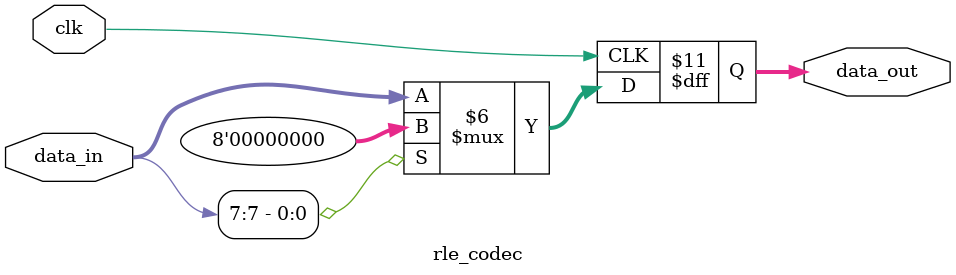
<source format=sv>
module rle_codec (
    input wire clk, 
    input wire [7:0] data_in,
    output reg [7:0] data_out
);
    reg [7:0] count;
    
    always @(posedge clk) begin
        // 优化比较逻辑，减少比较器链
        if (data_in[7]) begin
            // 控制字节处理 - 直接使用位选择提取计数值
            count <= {1'b0, data_in[6:0]};
            data_out <= 8'h00;
        end else begin
            // 数据字节处理 - 使用减法+符号优化，减少比较步骤
            count <= |count ? count - 8'h01 : count;
            data_out <= data_in;
        end
    end
endmodule
</source>
